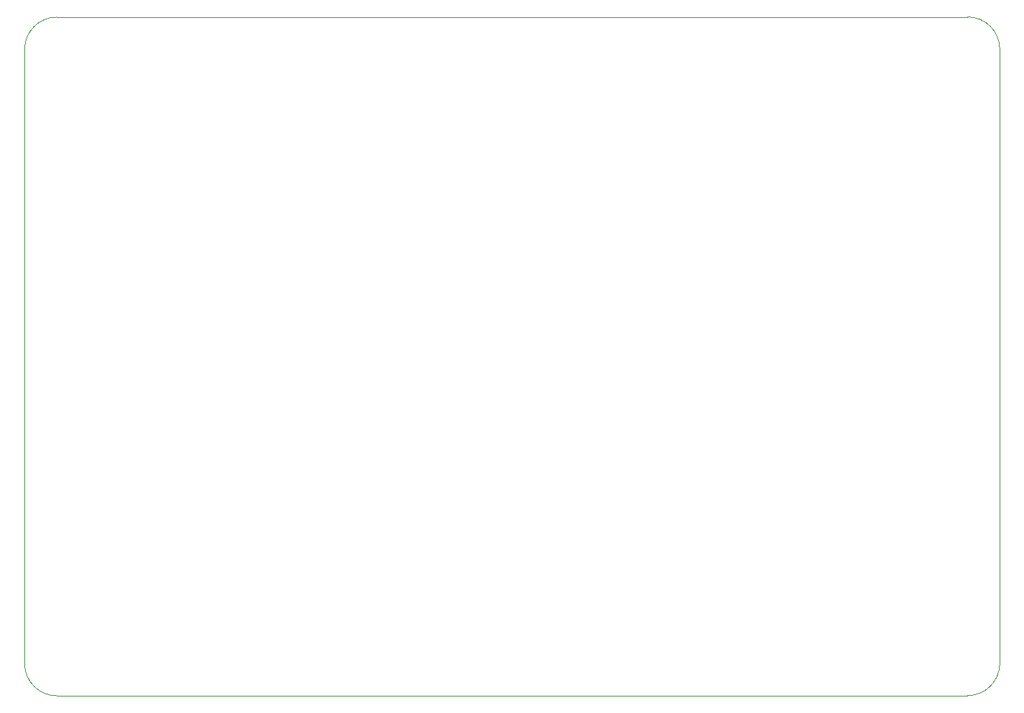
<source format=gbr>
G04 #@! TF.GenerationSoftware,KiCad,Pcbnew,5.1.5-52549c5~86~ubuntu18.04.1*
G04 #@! TF.CreationDate,2020-04-18T16:00:11+01:00*
G04 #@! TF.ProjectId,scot-motor,73636f74-2d6d-46f7-946f-722e6b696361,rev?*
G04 #@! TF.SameCoordinates,Original*
G04 #@! TF.FileFunction,Profile,NP*
%FSLAX46Y46*%
G04 Gerber Fmt 4.6, Leading zero omitted, Abs format (unit mm)*
G04 Created by KiCad (PCBNEW 5.1.5-52549c5~86~ubuntu18.04.1) date 2020-04-18 16:00:11*
%MOMM*%
%LPD*%
G04 APERTURE LIST*
%ADD10C,0.050000*%
G04 APERTURE END LIST*
D10*
X65024000Y-46810000D02*
X65024000Y-119301600D01*
X68834000Y-123111600D02*
X176276000Y-123088400D01*
X68834000Y-43000000D02*
X176276000Y-42976800D01*
X180086000Y-119278400D02*
G75*
G02X176276000Y-123088400I-3810000J0D01*
G01*
X176276000Y-42976800D02*
G75*
G02X180086000Y-46786800I0J-3810000D01*
G01*
X65024000Y-46810000D02*
G75*
G02X68834000Y-43000000I3810000J0D01*
G01*
X68834000Y-123111600D02*
G75*
G02X65024000Y-119301600I0J3810000D01*
G01*
X180086000Y-46786800D02*
X180086000Y-119278400D01*
M02*

</source>
